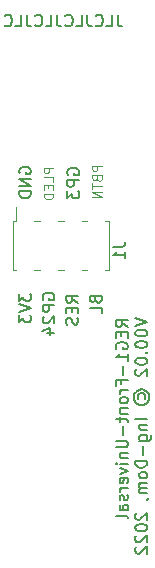
<source format=gbr>
G04 #@! TF.GenerationSoftware,KiCad,Pcbnew,(5.1.4)-1*
G04 #@! TF.CreationDate,2022-11-05T06:08:51+01:00*
G04 #@! TF.ProjectId,REG1-Front-Universal,52454731-2d46-4726-9f6e-742d556e6976,V00.01*
G04 #@! TF.SameCoordinates,Original*
G04 #@! TF.FileFunction,Legend,Bot*
G04 #@! TF.FilePolarity,Positive*
%FSLAX46Y46*%
G04 Gerber Fmt 4.6, Leading zero omitted, Abs format (unit mm)*
G04 Created by KiCad (PCBNEW (5.1.4)-1) date 2022-11-05 06:08:51*
%MOMM*%
%LPD*%
G04 APERTURE LIST*
%ADD10C,0.150000*%
%ADD11C,0.100000*%
%ADD12C,0.120000*%
G04 APERTURE END LIST*
D10*
X110369047Y-105402380D02*
X110369047Y-106116666D01*
X110416666Y-106259523D01*
X110511904Y-106354761D01*
X110654761Y-106402380D01*
X110750000Y-106402380D01*
X109416666Y-106402380D02*
X109892857Y-106402380D01*
X109892857Y-105402380D01*
X108511904Y-106307142D02*
X108559523Y-106354761D01*
X108702380Y-106402380D01*
X108797619Y-106402380D01*
X108940476Y-106354761D01*
X109035714Y-106259523D01*
X109083333Y-106164285D01*
X109130952Y-105973809D01*
X109130952Y-105830952D01*
X109083333Y-105640476D01*
X109035714Y-105545238D01*
X108940476Y-105450000D01*
X108797619Y-105402380D01*
X108702380Y-105402380D01*
X108559523Y-105450000D01*
X108511904Y-105497619D01*
X107797619Y-105402380D02*
X107797619Y-106116666D01*
X107845238Y-106259523D01*
X107940476Y-106354761D01*
X108083333Y-106402380D01*
X108178571Y-106402380D01*
X106845238Y-106402380D02*
X107321428Y-106402380D01*
X107321428Y-105402380D01*
X105940476Y-106307142D02*
X105988095Y-106354761D01*
X106130952Y-106402380D01*
X106226190Y-106402380D01*
X106369047Y-106354761D01*
X106464285Y-106259523D01*
X106511904Y-106164285D01*
X106559523Y-105973809D01*
X106559523Y-105830952D01*
X106511904Y-105640476D01*
X106464285Y-105545238D01*
X106369047Y-105450000D01*
X106226190Y-105402380D01*
X106130952Y-105402380D01*
X105988095Y-105450000D01*
X105940476Y-105497619D01*
X105226190Y-105402380D02*
X105226190Y-106116666D01*
X105273809Y-106259523D01*
X105369047Y-106354761D01*
X105511904Y-106402380D01*
X105607142Y-106402380D01*
X104273809Y-106402380D02*
X104750000Y-106402380D01*
X104750000Y-105402380D01*
X103369047Y-106307142D02*
X103416666Y-106354761D01*
X103559523Y-106402380D01*
X103654761Y-106402380D01*
X103797619Y-106354761D01*
X103892857Y-106259523D01*
X103940476Y-106164285D01*
X103988095Y-105973809D01*
X103988095Y-105830952D01*
X103940476Y-105640476D01*
X103892857Y-105545238D01*
X103797619Y-105450000D01*
X103654761Y-105402380D01*
X103559523Y-105402380D01*
X103416666Y-105450000D01*
X103369047Y-105497619D01*
X102654761Y-105402380D02*
X102654761Y-106116666D01*
X102702380Y-106259523D01*
X102797619Y-106354761D01*
X102940476Y-106402380D01*
X103035714Y-106402380D01*
X101702380Y-106402380D02*
X102178571Y-106402380D01*
X102178571Y-105402380D01*
X100797619Y-106307142D02*
X100845238Y-106354761D01*
X100988095Y-106402380D01*
X101083333Y-106402380D01*
X101226190Y-106354761D01*
X101321428Y-106259523D01*
X101369047Y-106164285D01*
X101416666Y-105973809D01*
X101416666Y-105830952D01*
X101369047Y-105640476D01*
X101321428Y-105545238D01*
X101226190Y-105450000D01*
X101083333Y-105402380D01*
X100988095Y-105402380D01*
X100845238Y-105450000D01*
X100797619Y-105497619D01*
X111217380Y-131847023D02*
X110741190Y-131513690D01*
X111217380Y-131275595D02*
X110217380Y-131275595D01*
X110217380Y-131656547D01*
X110265000Y-131751785D01*
X110312619Y-131799404D01*
X110407857Y-131847023D01*
X110550714Y-131847023D01*
X110645952Y-131799404D01*
X110693571Y-131751785D01*
X110741190Y-131656547D01*
X110741190Y-131275595D01*
X110693571Y-132275595D02*
X110693571Y-132608928D01*
X111217380Y-132751785D02*
X111217380Y-132275595D01*
X110217380Y-132275595D01*
X110217380Y-132751785D01*
X110265000Y-133704166D02*
X110217380Y-133608928D01*
X110217380Y-133466071D01*
X110265000Y-133323214D01*
X110360238Y-133227976D01*
X110455476Y-133180357D01*
X110645952Y-133132738D01*
X110788809Y-133132738D01*
X110979285Y-133180357D01*
X111074523Y-133227976D01*
X111169761Y-133323214D01*
X111217380Y-133466071D01*
X111217380Y-133561309D01*
X111169761Y-133704166D01*
X111122142Y-133751785D01*
X110788809Y-133751785D01*
X110788809Y-133561309D01*
X111217380Y-134704166D02*
X111217380Y-134132738D01*
X111217380Y-134418452D02*
X110217380Y-134418452D01*
X110360238Y-134323214D01*
X110455476Y-134227976D01*
X110503095Y-134132738D01*
X110836428Y-135132738D02*
X110836428Y-135894642D01*
X110693571Y-136704166D02*
X110693571Y-136370833D01*
X111217380Y-136370833D02*
X110217380Y-136370833D01*
X110217380Y-136847023D01*
X111217380Y-137227976D02*
X110550714Y-137227976D01*
X110741190Y-137227976D02*
X110645952Y-137275595D01*
X110598333Y-137323214D01*
X110550714Y-137418452D01*
X110550714Y-137513690D01*
X111217380Y-137989880D02*
X111169761Y-137894642D01*
X111122142Y-137847023D01*
X111026904Y-137799404D01*
X110741190Y-137799404D01*
X110645952Y-137847023D01*
X110598333Y-137894642D01*
X110550714Y-137989880D01*
X110550714Y-138132738D01*
X110598333Y-138227976D01*
X110645952Y-138275595D01*
X110741190Y-138323214D01*
X111026904Y-138323214D01*
X111122142Y-138275595D01*
X111169761Y-138227976D01*
X111217380Y-138132738D01*
X111217380Y-137989880D01*
X110550714Y-138751785D02*
X111217380Y-138751785D01*
X110645952Y-138751785D02*
X110598333Y-138799404D01*
X110550714Y-138894642D01*
X110550714Y-139037500D01*
X110598333Y-139132738D01*
X110693571Y-139180357D01*
X111217380Y-139180357D01*
X110550714Y-139513690D02*
X110550714Y-139894642D01*
X110217380Y-139656547D02*
X111074523Y-139656547D01*
X111169761Y-139704166D01*
X111217380Y-139799404D01*
X111217380Y-139894642D01*
X110836428Y-140227976D02*
X110836428Y-140989880D01*
X110217380Y-141466071D02*
X111026904Y-141466071D01*
X111122142Y-141513690D01*
X111169761Y-141561309D01*
X111217380Y-141656547D01*
X111217380Y-141847023D01*
X111169761Y-141942261D01*
X111122142Y-141989880D01*
X111026904Y-142037500D01*
X110217380Y-142037500D01*
X110550714Y-142513690D02*
X111217380Y-142513690D01*
X110645952Y-142513690D02*
X110598333Y-142561309D01*
X110550714Y-142656547D01*
X110550714Y-142799404D01*
X110598333Y-142894642D01*
X110693571Y-142942261D01*
X111217380Y-142942261D01*
X111217380Y-143418452D02*
X110550714Y-143418452D01*
X110217380Y-143418452D02*
X110265000Y-143370833D01*
X110312619Y-143418452D01*
X110265000Y-143466071D01*
X110217380Y-143418452D01*
X110312619Y-143418452D01*
X110550714Y-143799404D02*
X111217380Y-144037500D01*
X110550714Y-144275595D01*
X111169761Y-145037500D02*
X111217380Y-144942261D01*
X111217380Y-144751785D01*
X111169761Y-144656547D01*
X111074523Y-144608928D01*
X110693571Y-144608928D01*
X110598333Y-144656547D01*
X110550714Y-144751785D01*
X110550714Y-144942261D01*
X110598333Y-145037500D01*
X110693571Y-145085119D01*
X110788809Y-145085119D01*
X110884047Y-144608928D01*
X111217380Y-145513690D02*
X110550714Y-145513690D01*
X110741190Y-145513690D02*
X110645952Y-145561309D01*
X110598333Y-145608928D01*
X110550714Y-145704166D01*
X110550714Y-145799404D01*
X111169761Y-146085119D02*
X111217380Y-146180357D01*
X111217380Y-146370833D01*
X111169761Y-146466071D01*
X111074523Y-146513690D01*
X111026904Y-146513690D01*
X110931666Y-146466071D01*
X110884047Y-146370833D01*
X110884047Y-146227976D01*
X110836428Y-146132738D01*
X110741190Y-146085119D01*
X110693571Y-146085119D01*
X110598333Y-146132738D01*
X110550714Y-146227976D01*
X110550714Y-146370833D01*
X110598333Y-146466071D01*
X111217380Y-147370833D02*
X110693571Y-147370833D01*
X110598333Y-147323214D01*
X110550714Y-147227976D01*
X110550714Y-147037500D01*
X110598333Y-146942261D01*
X111169761Y-147370833D02*
X111217380Y-147275595D01*
X111217380Y-147037500D01*
X111169761Y-146942261D01*
X111074523Y-146894642D01*
X110979285Y-146894642D01*
X110884047Y-146942261D01*
X110836428Y-147037500D01*
X110836428Y-147275595D01*
X110788809Y-147370833D01*
X111217380Y-147989880D02*
X111169761Y-147894642D01*
X111074523Y-147847023D01*
X110217380Y-147847023D01*
X111867380Y-131132738D02*
X112867380Y-131466071D01*
X111867380Y-131799404D01*
X111867380Y-132323214D02*
X111867380Y-132418452D01*
X111915000Y-132513690D01*
X111962619Y-132561309D01*
X112057857Y-132608928D01*
X112248333Y-132656547D01*
X112486428Y-132656547D01*
X112676904Y-132608928D01*
X112772142Y-132561309D01*
X112819761Y-132513690D01*
X112867380Y-132418452D01*
X112867380Y-132323214D01*
X112819761Y-132227976D01*
X112772142Y-132180357D01*
X112676904Y-132132738D01*
X112486428Y-132085119D01*
X112248333Y-132085119D01*
X112057857Y-132132738D01*
X111962619Y-132180357D01*
X111915000Y-132227976D01*
X111867380Y-132323214D01*
X111867380Y-133275595D02*
X111867380Y-133370833D01*
X111915000Y-133466071D01*
X111962619Y-133513690D01*
X112057857Y-133561309D01*
X112248333Y-133608928D01*
X112486428Y-133608928D01*
X112676904Y-133561309D01*
X112772142Y-133513690D01*
X112819761Y-133466071D01*
X112867380Y-133370833D01*
X112867380Y-133275595D01*
X112819761Y-133180357D01*
X112772142Y-133132738D01*
X112676904Y-133085119D01*
X112486428Y-133037500D01*
X112248333Y-133037500D01*
X112057857Y-133085119D01*
X111962619Y-133132738D01*
X111915000Y-133180357D01*
X111867380Y-133275595D01*
X112772142Y-134037500D02*
X112819761Y-134085119D01*
X112867380Y-134037500D01*
X112819761Y-133989880D01*
X112772142Y-134037500D01*
X112867380Y-134037500D01*
X111867380Y-134704166D02*
X111867380Y-134799404D01*
X111915000Y-134894642D01*
X111962619Y-134942261D01*
X112057857Y-134989880D01*
X112248333Y-135037500D01*
X112486428Y-135037500D01*
X112676904Y-134989880D01*
X112772142Y-134942261D01*
X112819761Y-134894642D01*
X112867380Y-134799404D01*
X112867380Y-134704166D01*
X112819761Y-134608928D01*
X112772142Y-134561309D01*
X112676904Y-134513690D01*
X112486428Y-134466071D01*
X112248333Y-134466071D01*
X112057857Y-134513690D01*
X111962619Y-134561309D01*
X111915000Y-134608928D01*
X111867380Y-134704166D01*
X111962619Y-135418452D02*
X111915000Y-135466071D01*
X111867380Y-135561309D01*
X111867380Y-135799404D01*
X111915000Y-135894642D01*
X111962619Y-135942261D01*
X112057857Y-135989880D01*
X112153095Y-135989880D01*
X112295952Y-135942261D01*
X112867380Y-135370833D01*
X112867380Y-135989880D01*
X112105476Y-137989880D02*
X112057857Y-137894642D01*
X112057857Y-137704166D01*
X112105476Y-137608928D01*
X112200714Y-137513690D01*
X112295952Y-137466071D01*
X112486428Y-137466071D01*
X112581666Y-137513690D01*
X112676904Y-137608928D01*
X112724523Y-137704166D01*
X112724523Y-137894642D01*
X112676904Y-137989880D01*
X111724523Y-137799404D02*
X111772142Y-137561309D01*
X111915000Y-137323214D01*
X112153095Y-137180357D01*
X112391190Y-137132738D01*
X112629285Y-137180357D01*
X112867380Y-137323214D01*
X113010238Y-137561309D01*
X113057857Y-137799404D01*
X113010238Y-138037500D01*
X112867380Y-138275595D01*
X112629285Y-138418452D01*
X112391190Y-138466071D01*
X112153095Y-138418452D01*
X111915000Y-138275595D01*
X111772142Y-138037500D01*
X111724523Y-137799404D01*
X112867380Y-139656547D02*
X111867380Y-139656547D01*
X112200714Y-140132738D02*
X112867380Y-140132738D01*
X112295952Y-140132738D02*
X112248333Y-140180357D01*
X112200714Y-140275595D01*
X112200714Y-140418452D01*
X112248333Y-140513690D01*
X112343571Y-140561309D01*
X112867380Y-140561309D01*
X112200714Y-141466071D02*
X113010238Y-141466071D01*
X113105476Y-141418452D01*
X113153095Y-141370833D01*
X113200714Y-141275595D01*
X113200714Y-141132738D01*
X113153095Y-141037500D01*
X112819761Y-141466071D02*
X112867380Y-141370833D01*
X112867380Y-141180357D01*
X112819761Y-141085119D01*
X112772142Y-141037500D01*
X112676904Y-140989880D01*
X112391190Y-140989880D01*
X112295952Y-141037500D01*
X112248333Y-141085119D01*
X112200714Y-141180357D01*
X112200714Y-141370833D01*
X112248333Y-141466071D01*
X112486428Y-141942261D02*
X112486428Y-142704166D01*
X112867380Y-143180357D02*
X111867380Y-143180357D01*
X111867380Y-143418452D01*
X111915000Y-143561309D01*
X112010238Y-143656547D01*
X112105476Y-143704166D01*
X112295952Y-143751785D01*
X112438809Y-143751785D01*
X112629285Y-143704166D01*
X112724523Y-143656547D01*
X112819761Y-143561309D01*
X112867380Y-143418452D01*
X112867380Y-143180357D01*
X112867380Y-144323214D02*
X112819761Y-144227976D01*
X112772142Y-144180357D01*
X112676904Y-144132738D01*
X112391190Y-144132738D01*
X112295952Y-144180357D01*
X112248333Y-144227976D01*
X112200714Y-144323214D01*
X112200714Y-144466071D01*
X112248333Y-144561309D01*
X112295952Y-144608928D01*
X112391190Y-144656547D01*
X112676904Y-144656547D01*
X112772142Y-144608928D01*
X112819761Y-144561309D01*
X112867380Y-144466071D01*
X112867380Y-144323214D01*
X112867380Y-145085119D02*
X112200714Y-145085119D01*
X112295952Y-145085119D02*
X112248333Y-145132738D01*
X112200714Y-145227976D01*
X112200714Y-145370833D01*
X112248333Y-145466071D01*
X112343571Y-145513690D01*
X112867380Y-145513690D01*
X112343571Y-145513690D02*
X112248333Y-145561309D01*
X112200714Y-145656547D01*
X112200714Y-145799404D01*
X112248333Y-145894642D01*
X112343571Y-145942261D01*
X112867380Y-145942261D01*
X112819761Y-146466071D02*
X112867380Y-146466071D01*
X112962619Y-146418452D01*
X113010238Y-146370833D01*
X111962619Y-147608928D02*
X111915000Y-147656547D01*
X111867380Y-147751785D01*
X111867380Y-147989880D01*
X111915000Y-148085119D01*
X111962619Y-148132738D01*
X112057857Y-148180357D01*
X112153095Y-148180357D01*
X112295952Y-148132738D01*
X112867380Y-147561309D01*
X112867380Y-148180357D01*
X111867380Y-148799404D02*
X111867380Y-148894642D01*
X111915000Y-148989880D01*
X111962619Y-149037500D01*
X112057857Y-149085119D01*
X112248333Y-149132738D01*
X112486428Y-149132738D01*
X112676904Y-149085119D01*
X112772142Y-149037500D01*
X112819761Y-148989880D01*
X112867380Y-148894642D01*
X112867380Y-148799404D01*
X112819761Y-148704166D01*
X112772142Y-148656547D01*
X112676904Y-148608928D01*
X112486428Y-148561309D01*
X112248333Y-148561309D01*
X112057857Y-148608928D01*
X111962619Y-148656547D01*
X111915000Y-148704166D01*
X111867380Y-148799404D01*
X111962619Y-149513690D02*
X111915000Y-149561309D01*
X111867380Y-149656547D01*
X111867380Y-149894642D01*
X111915000Y-149989880D01*
X111962619Y-150037500D01*
X112057857Y-150085119D01*
X112153095Y-150085119D01*
X112295952Y-150037500D01*
X112867380Y-149466071D01*
X112867380Y-150085119D01*
X111962619Y-150466071D02*
X111915000Y-150513690D01*
X111867380Y-150608928D01*
X111867380Y-150847023D01*
X111915000Y-150942261D01*
X111962619Y-150989880D01*
X112057857Y-151037500D01*
X112153095Y-151037500D01*
X112295952Y-150989880D01*
X112867380Y-150418452D01*
X112867380Y-151037500D01*
D11*
X109021904Y-118207857D02*
X108221904Y-118207857D01*
X108221904Y-118512619D01*
X108260000Y-118588809D01*
X108298095Y-118626904D01*
X108374285Y-118665000D01*
X108488571Y-118665000D01*
X108564761Y-118626904D01*
X108602857Y-118588809D01*
X108640952Y-118512619D01*
X108640952Y-118207857D01*
X108602857Y-119274523D02*
X108640952Y-119388809D01*
X108679047Y-119426904D01*
X108755238Y-119465000D01*
X108869523Y-119465000D01*
X108945714Y-119426904D01*
X108983809Y-119388809D01*
X109021904Y-119312619D01*
X109021904Y-119007857D01*
X108221904Y-119007857D01*
X108221904Y-119274523D01*
X108260000Y-119350714D01*
X108298095Y-119388809D01*
X108374285Y-119426904D01*
X108450476Y-119426904D01*
X108526666Y-119388809D01*
X108564761Y-119350714D01*
X108602857Y-119274523D01*
X108602857Y-119007857D01*
X108221904Y-119693571D02*
X108221904Y-120150714D01*
X109021904Y-119922142D02*
X108221904Y-119922142D01*
X109021904Y-120417380D02*
X108221904Y-120417380D01*
X109021904Y-120874523D01*
X108221904Y-120874523D01*
D10*
X102012380Y-129020357D02*
X102012380Y-129639404D01*
X102393333Y-129306071D01*
X102393333Y-129448928D01*
X102440952Y-129544166D01*
X102488571Y-129591785D01*
X102583809Y-129639404D01*
X102821904Y-129639404D01*
X102917142Y-129591785D01*
X102964761Y-129544166D01*
X103012380Y-129448928D01*
X103012380Y-129163214D01*
X102964761Y-129067976D01*
X102917142Y-129020357D01*
X102012380Y-129925119D02*
X103012380Y-130258452D01*
X102012380Y-130591785D01*
X102012380Y-130829880D02*
X102012380Y-131448928D01*
X102393333Y-131115595D01*
X102393333Y-131258452D01*
X102440952Y-131353690D01*
X102488571Y-131401309D01*
X102583809Y-131448928D01*
X102821904Y-131448928D01*
X102917142Y-131401309D01*
X102964761Y-131353690D01*
X103012380Y-131258452D01*
X103012380Y-130972738D01*
X102964761Y-130877500D01*
X102917142Y-130829880D01*
X104060000Y-129539404D02*
X104012380Y-129444166D01*
X104012380Y-129301309D01*
X104060000Y-129158452D01*
X104155238Y-129063214D01*
X104250476Y-129015595D01*
X104440952Y-128967976D01*
X104583809Y-128967976D01*
X104774285Y-129015595D01*
X104869523Y-129063214D01*
X104964761Y-129158452D01*
X105012380Y-129301309D01*
X105012380Y-129396547D01*
X104964761Y-129539404D01*
X104917142Y-129587023D01*
X104583809Y-129587023D01*
X104583809Y-129396547D01*
X105012380Y-130015595D02*
X104012380Y-130015595D01*
X104012380Y-130396547D01*
X104060000Y-130491785D01*
X104107619Y-130539404D01*
X104202857Y-130587023D01*
X104345714Y-130587023D01*
X104440952Y-130539404D01*
X104488571Y-130491785D01*
X104536190Y-130396547D01*
X104536190Y-130015595D01*
X104107619Y-130967976D02*
X104060000Y-131015595D01*
X104012380Y-131110833D01*
X104012380Y-131348928D01*
X104060000Y-131444166D01*
X104107619Y-131491785D01*
X104202857Y-131539404D01*
X104298095Y-131539404D01*
X104440952Y-131491785D01*
X105012380Y-130920357D01*
X105012380Y-131539404D01*
X104345714Y-132396547D02*
X105012380Y-132396547D01*
X103964761Y-132158452D02*
X104679047Y-131920357D01*
X104679047Y-132539404D01*
X107012380Y-129787023D02*
X106536190Y-129453690D01*
X107012380Y-129215595D02*
X106012380Y-129215595D01*
X106012380Y-129596547D01*
X106060000Y-129691785D01*
X106107619Y-129739404D01*
X106202857Y-129787023D01*
X106345714Y-129787023D01*
X106440952Y-129739404D01*
X106488571Y-129691785D01*
X106536190Y-129596547D01*
X106536190Y-129215595D01*
X106488571Y-130215595D02*
X106488571Y-130548928D01*
X107012380Y-130691785D02*
X107012380Y-130215595D01*
X106012380Y-130215595D01*
X106012380Y-130691785D01*
X106964761Y-131072738D02*
X107012380Y-131215595D01*
X107012380Y-131453690D01*
X106964761Y-131548928D01*
X106917142Y-131596547D01*
X106821904Y-131644166D01*
X106726666Y-131644166D01*
X106631428Y-131596547D01*
X106583809Y-131548928D01*
X106536190Y-131453690D01*
X106488571Y-131263214D01*
X106440952Y-131167976D01*
X106393333Y-131120357D01*
X106298095Y-131072738D01*
X106202857Y-131072738D01*
X106107619Y-131120357D01*
X106060000Y-131167976D01*
X106012380Y-131263214D01*
X106012380Y-131501309D01*
X106060000Y-131644166D01*
X108488571Y-129548928D02*
X108536190Y-129691785D01*
X108583809Y-129739404D01*
X108679047Y-129787023D01*
X108821904Y-129787023D01*
X108917142Y-129739404D01*
X108964761Y-129691785D01*
X109012380Y-129596547D01*
X109012380Y-129215595D01*
X108012380Y-129215595D01*
X108012380Y-129548928D01*
X108060000Y-129644166D01*
X108107619Y-129691785D01*
X108202857Y-129739404D01*
X108298095Y-129739404D01*
X108393333Y-129691785D01*
X108440952Y-129644166D01*
X108488571Y-129548928D01*
X108488571Y-129215595D01*
X109012380Y-130691785D02*
X109012380Y-130215595D01*
X108012380Y-130215595D01*
X106160000Y-118942023D02*
X106112380Y-118846785D01*
X106112380Y-118703928D01*
X106160000Y-118561071D01*
X106255238Y-118465833D01*
X106350476Y-118418214D01*
X106540952Y-118370595D01*
X106683809Y-118370595D01*
X106874285Y-118418214D01*
X106969523Y-118465833D01*
X107064761Y-118561071D01*
X107112380Y-118703928D01*
X107112380Y-118799166D01*
X107064761Y-118942023D01*
X107017142Y-118989642D01*
X106683809Y-118989642D01*
X106683809Y-118799166D01*
X107112380Y-119418214D02*
X106112380Y-119418214D01*
X106112380Y-119799166D01*
X106160000Y-119894404D01*
X106207619Y-119942023D01*
X106302857Y-119989642D01*
X106445714Y-119989642D01*
X106540952Y-119942023D01*
X106588571Y-119894404D01*
X106636190Y-119799166D01*
X106636190Y-119418214D01*
X106112380Y-120322976D02*
X106112380Y-120942023D01*
X106493333Y-120608690D01*
X106493333Y-120751547D01*
X106540952Y-120846785D01*
X106588571Y-120894404D01*
X106683809Y-120942023D01*
X106921904Y-120942023D01*
X107017142Y-120894404D01*
X107064761Y-120846785D01*
X107112380Y-120751547D01*
X107112380Y-120465833D01*
X107064761Y-120370595D01*
X107017142Y-120322976D01*
D11*
X104921904Y-118384047D02*
X104121904Y-118384047D01*
X104121904Y-118688809D01*
X104160000Y-118765000D01*
X104198095Y-118803095D01*
X104274285Y-118841190D01*
X104388571Y-118841190D01*
X104464761Y-118803095D01*
X104502857Y-118765000D01*
X104540952Y-118688809D01*
X104540952Y-118384047D01*
X104921904Y-119565000D02*
X104921904Y-119184047D01*
X104121904Y-119184047D01*
X104502857Y-119831666D02*
X104502857Y-120098333D01*
X104921904Y-120212619D02*
X104921904Y-119831666D01*
X104121904Y-119831666D01*
X104121904Y-120212619D01*
X104921904Y-120555476D02*
X104121904Y-120555476D01*
X104121904Y-120745952D01*
X104160000Y-120860238D01*
X104236190Y-120936428D01*
X104312380Y-120974523D01*
X104464761Y-121012619D01*
X104579047Y-121012619D01*
X104731428Y-120974523D01*
X104807619Y-120936428D01*
X104883809Y-120860238D01*
X104921904Y-120745952D01*
X104921904Y-120555476D01*
D10*
X102060000Y-118846785D02*
X102012380Y-118751547D01*
X102012380Y-118608690D01*
X102060000Y-118465833D01*
X102155238Y-118370595D01*
X102250476Y-118322976D01*
X102440952Y-118275357D01*
X102583809Y-118275357D01*
X102774285Y-118322976D01*
X102869523Y-118370595D01*
X102964761Y-118465833D01*
X103012380Y-118608690D01*
X103012380Y-118703928D01*
X102964761Y-118846785D01*
X102917142Y-118894404D01*
X102583809Y-118894404D01*
X102583809Y-118703928D01*
X103012380Y-119322976D02*
X102012380Y-119322976D01*
X103012380Y-119894404D01*
X102012380Y-119894404D01*
X103012380Y-120370595D02*
X102012380Y-120370595D01*
X102012380Y-120608690D01*
X102060000Y-120751547D01*
X102155238Y-120846785D01*
X102250476Y-120894404D01*
X102440952Y-120942023D01*
X102583809Y-120942023D01*
X102774285Y-120894404D01*
X102869523Y-120846785D01*
X102964761Y-120751547D01*
X103012380Y-120608690D01*
X103012380Y-120370595D01*
D12*
X107320000Y-127040000D02*
X107800000Y-127040000D01*
X107320000Y-122920000D02*
X107800000Y-122920000D01*
X105320000Y-127040000D02*
X105800000Y-127040000D01*
X105320000Y-122920000D02*
X105800000Y-122920000D01*
X103320000Y-127040000D02*
X103800000Y-127040000D01*
X103320000Y-122920000D02*
X103800000Y-122920000D01*
X109320000Y-127040000D02*
X109620000Y-127040000D01*
X109320000Y-122920000D02*
X109620000Y-122920000D01*
X101500000Y-127040000D02*
X101800000Y-127040000D01*
X101500000Y-122920000D02*
X101800000Y-122920000D01*
X101800000Y-121665000D02*
X101800000Y-122920000D01*
X109620000Y-122920000D02*
X109620000Y-127040000D01*
X101500000Y-122920000D02*
X101500000Y-127040000D01*
D10*
X110012380Y-125046666D02*
X110726666Y-125046666D01*
X110869523Y-124999047D01*
X110964761Y-124903809D01*
X111012380Y-124760952D01*
X111012380Y-124665714D01*
X111012380Y-126046666D02*
X111012380Y-125475238D01*
X111012380Y-125760952D02*
X110012380Y-125760952D01*
X110155238Y-125665714D01*
X110250476Y-125570476D01*
X110298095Y-125475238D01*
M02*

</source>
